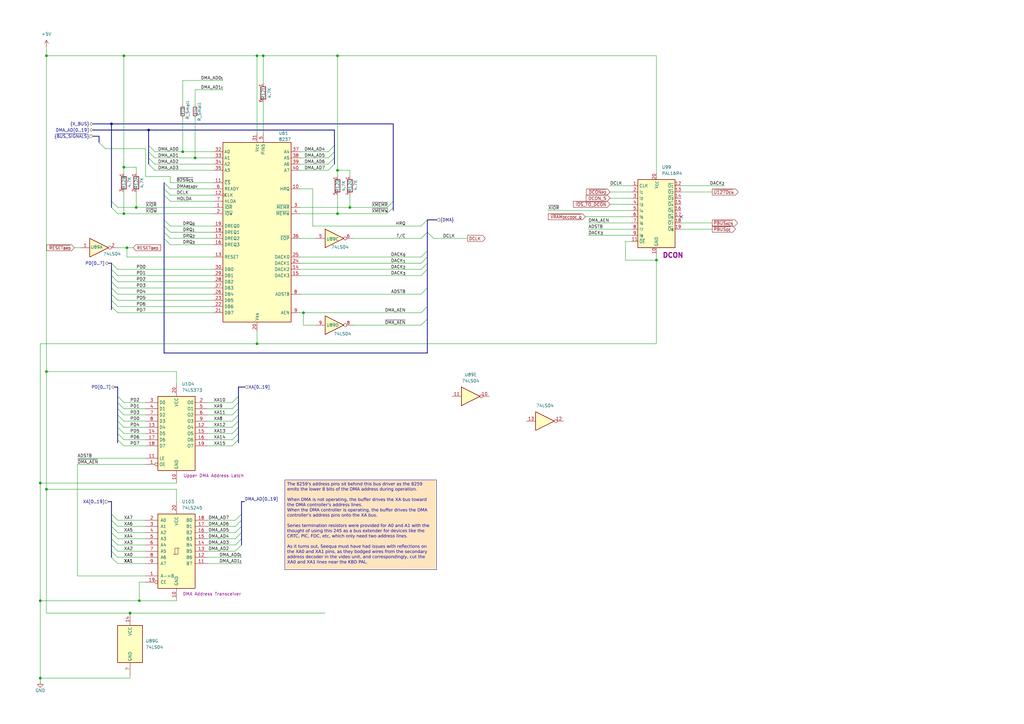
<source format=kicad_sch>
(kicad_sch (version 20250114) (generator "eeschema") (generator_version "9.0")
  (paper "A3")
  (lib_symbols
    (symbol "74xx:74LS04"
      (property "Reference" "U" (at 0 1.27 0))
      (property "Value" "74LS04" (at 0 -1.27 0))
      (symbol "74LS04_1_0"
        (polyline (pts (xy -3.81 3.81) (xy -3.81 -3.81) (xy 3.81 0) (xy -3.81 3.81)) (stroke (width 0.254)) (fill (type background)))
        (pin input line (at -7.62 0 0) (length 3.81) (name "~") (number "1"))
        (pin output inverted (at 7.62 0 180) (length 3.81) (name "~") (number "2"))
      )
      (symbol "74LS04_2_0"
        (polyline (pts (xy -3.81 3.81) (xy -3.81 -3.81) (xy 3.81 0) (xy -3.81 3.81)) (stroke (width 0.254)) (fill (type background)))
        (pin input line (at -7.62 0 0) (length 3.81) (name "~") (number "3"))
        (pin output inverted (at 7.62 0 180) (length 3.81) (name "~") (number "4"))
      )
      (symbol "74LS04_3_0"
        (polyline (pts (xy -3.81 3.81) (xy -3.81 -3.81) (xy 3.81 0) (xy -3.81 3.81)) (stroke (width 0.254)) (fill (type background)))
        (pin input line (at -7.62 0 0) (length 3.81) (name "~") (number "5"))
        (pin output inverted (at 7.62 0 180) (length 3.81) (name "~") (number "6"))
      )
      (symbol "74LS04_4_0"
        (polyline (pts (xy -3.81 3.81) (xy -3.81 -3.81) (xy 3.81 0) (xy -3.81 3.81)) (stroke (width 0.254)) (fill (type background)))
        (pin input line (at -7.62 0 0) (length 3.81) (name "~") (number "9"))
        (pin output inverted (at 7.62 0 180) (length 3.81) (name "~") (number "8"))
      )
      (symbol "74LS04_5_0"
        (polyline (pts (xy -3.81 3.81) (xy -3.81 -3.81) (xy 3.81 0) (xy -3.81 3.81)) (stroke (width 0.254)) (fill (type background)))
        (pin input line (at -7.62 0 0) (length 3.81) (name "~") (number "11"))
        (pin output inverted (at 7.62 0 180) (length 3.81) (name "~") (number "10"))
      )
      (symbol "74LS04_6_0"
        (polyline (pts (xy -3.81 3.81) (xy -3.81 -3.81) (xy 3.81 0) (xy -3.81 3.81)) (stroke (width 0.254)) (fill (type background)))
        (pin input line (at -7.62 0 0) (length 3.81) (name "~") (number "13"))
        (pin output inverted (at 7.62 0 180) (length 3.81) (name "~") (number "12"))
      )
      (symbol "74LS04_7_0"
        (pin power_in line (at 0 12.7 270) (length 5.08) (name "VCC") (number "14"))
        (pin power_in line (at 0 -12.7 90) (length 5.08) (name "GND") (number "7"))
      )
      (symbol "74LS04_7_1"
        (rectangle (start -5.08 7.62) (end 5.08 -7.62) (stroke (width 0.254)) (fill (type background)))
      )
    )
    (symbol "74xx:74LS245" (pin_names (offset 1.016))
      (property "Reference" "U" (at -7.62 16.51 0))
      (property "Value" "74LS245" (at -7.62 -16.51 0))
      (symbol "74LS245_1_0"
        (polyline (pts (xy -1.27 -1.27) (xy 0.635 -1.27) (xy 0.635 1.27) (xy 1.27 1.27)))
        (polyline (pts (xy -0.635 -1.27) (xy -0.635 1.27) (xy 0.635 1.27)))
        (pin tri_state line (at -12.7 12.7 0) (length 5.08) (name "A0") (number "2"))
        (pin tri_state line (at -12.7 10.16 0) (length 5.08) (name "A1") (number "3"))
        (pin tri_state line (at -12.7 7.62 0) (length 5.08) (name "A2") (number "4"))
        (pin tri_state line (at -12.7 5.08 0) (length 5.08) (name "A3") (number "5"))
        (pin tri_state line (at -12.7 2.54 0) (length 5.08) (name "A4") (number "6"))
        (pin tri_state line (at -12.7 0 0) (length 5.08) (name "A5") (number "7"))
        (pin tri_state line (at -12.7 -2.54 0) (length 5.08) (name "A6") (number "8"))
        (pin tri_state line (at -12.7 -5.08 0) (length 5.08) (name "A7") (number "9"))
        (pin input line (at -12.7 -10.16 0) (length 5.08) (name "A->B") (number "1"))
        (pin input inverted (at -12.7 -12.7 0) (length 5.08) (name "CE") (number "19"))
        (pin power_in line (at 0 20.32 270) (length 5.08) (name "VCC") (number "20"))
        (pin power_in line (at 0 -20.32 90) (length 5.08) (name "GND") (number "10"))
        (pin tri_state line (at 12.7 12.7 180) (length 5.08) (name "B0") (number "18"))
        (pin tri_state line (at 12.7 10.16 180) (length 5.08) (name "B1") (number "17"))
        (pin tri_state line (at 12.7 7.62 180) (length 5.08) (name "B2") (number "16"))
        (pin tri_state line (at 12.7 5.08 180) (length 5.08) (name "B3") (number "15"))
        (pin tri_state line (at 12.7 2.54 180) (length 5.08) (name "B4") (number "14"))
        (pin tri_state line (at 12.7 0 180) (length 5.08) (name "B5") (number "13"))
        (pin tri_state line (at 12.7 -2.54 180) (length 5.08) (name "B6") (number "12"))
        (pin tri_state line (at 12.7 -5.08 180) (length 5.08) (name "B7") (number "11"))
      )
      (symbol "74LS245_1_1"
        (rectangle (start -7.62 15.24) (end 7.62 -15.24) (stroke (width 0.254)) (fill (type background)))
      )
    )
    (symbol "74xx:74LS373"
      (property "Reference" "U" (at -7.62 16.51 0))
      (property "Value" "74LS373" (at -7.62 -16.51 0))
      (symbol "74LS373_1_0"
        (pin input line (at -12.7 12.7 0) (length 5.08) (name "D0") (number "3"))
        (pin input line (at -12.7 10.16 0) (length 5.08) (name "D1") (number "4"))
        (pin input line (at -12.7 7.62 0) (length 5.08) (name "D2") (number "7"))
        (pin input line (at -12.7 5.08 0) (length 5.08) (name "D3") (number "8"))
        (pin input line (at -12.7 2.54 0) (length 5.08) (name "D4") (number "13"))
        (pin input line (at -12.7 0 0) (length 5.08) (name "D5") (number "14"))
        (pin input line (at -12.7 -2.54 0) (length 5.08) (name "D6") (number "17"))
        (pin input line (at -12.7 -5.08 0) (length 5.08) (name "D7") (number "18"))
        (pin input line (at -12.7 -10.16 0) (length 5.08) (name "LE") (number "11"))
        (pin input inverted (at -12.7 -12.7 0) (length 5.08) (name "OE") (number "1"))
        (pin power_in line (at 0 20.32 270) (length 5.08) (name "VCC") (number "20"))
        (pin power_in line (at 0 -20.32 90) (length 5.08) (name "GND") (number "10"))
        (pin tri_state line (at 12.7 12.7 180) (length 5.08) (name "O0") (number "2"))
        (pin tri_state line (at 12.7 10.16 180) (length 5.08) (name "O1") (number "5"))
        (pin tri_state line (at 12.7 7.62 180) (length 5.08) (name "O2") (number "6"))
        (pin tri_state line (at 12.7 5.08 180) (length 5.08) (name "O3") (number "9"))
        (pin tri_state line (at 12.7 2.54 180) (length 5.08) (name "O4") (number "12"))
        (pin tri_state line (at 12.7 0 180) (length 5.08) (name "O5") (number "15"))
        (pin tri_state line (at 12.7 -2.54 180) (length 5.08) (name "O6") (number "16"))
        (pin tri_state line (at 12.7 -5.08 180) (length 5.08) (name "O7") (number "19"))
      )
      (symbol "74LS373_1_1"
        (rectangle (start -7.62 15.24) (end 7.62 -15.24) (stroke (width 0.254)) (fill (type background)))
      )
    )
    (symbol "Device:R_Network05_Split" (pin_names (offset 0) (hide yes))
      (property "Reference" "RN" (at 2.032 0 90))
      (property "Value" "R_Network05_Split" (at 0 0 90))
      (symbol "R_Network05_Split_0_1"
        (rectangle (start 1.016 2.54) (end -1.016 -2.54) (stroke (width 0.254)))
        (pin passive line (at 0 3.81 270) (length 1.27) (name "R1") (number "1"))
      )
      (symbol "R_Network05_Split_1_1"
        (pin passive line (at 0 -3.81 90) (length 1.27) (name "R1.2") (number "2"))
      )
      (symbol "R_Network05_Split_2_1"
        (pin passive line (at 0 -3.81 90) (length 1.27) (name "R2.2") (number "3"))
      )
      (symbol "R_Network05_Split_3_1"
        (pin passive line (at 0 -3.81 90) (length 1.27) (name "R3.2") (number "4"))
      )
      (symbol "R_Network05_Split_4_1"
        (pin passive line (at 0 -3.81 90) (length 1.27) (name "R4.2") (number "5"))
      )
      (symbol "R_Network05_Split_5_1"
        (pin passive line (at 0 -3.81 90) (length 1.27) (name "R5.2") (number "6"))
      )
    )
    (symbol "Device:R_Small" (pin_numbers (hide yes)) (pin_names (offset 0.254) (hide yes))
      (property "Reference" "R" (at 0 0 90))
      (property "Value" "R_Small" (at 1.778 0 90))
      (symbol "R_Small_0_1"
        (rectangle (start -0.762 1.778) (end 0.762 -1.778) (stroke (width 0.2032)))
      )
      (symbol "R_Small_1_1"
        (pin passive line (at 0 2.54 270) (length 0.762) (name "~") (number "1"))
        (pin passive line (at 0 -2.54 90) (length 0.762) (name "~") (number "2"))
      )
    )
    (symbol "Interface:8237"
      (property "Reference" "U" (at -13.97 38.1 0))
      (property "Value" "8237" (at 8.89 38.1 0))
      (symbol "8237_1_1"
        (rectangle (start -13.97 -36.83) (end 13.97 36.83) (stroke (width 0.254)) (fill (type background)))
        (pin bidirectional line (at -17.78 33.02 0) (length 3.81) (name "A0") (number "32"))
        (pin bidirectional line (at -17.78 30.48 0) (length 3.81) (name "A1") (number "33"))
        (pin bidirectional line (at -17.78 27.94 0) (length 3.81) (name "A2") (number "34"))
        (pin bidirectional line (at -17.78 25.4 0) (length 3.81) (name "A3") (number "35"))
        (pin input line (at -17.78 20.32 0) (length 3.81) (name "~{CS}") (number "11"))
        (pin input line (at -17.78 17.78 0) (length 3.81) (name "READY") (number "6"))
        (pin input clock (at -17.78 15.24 0) (length 3.81) (name "CLK") (number "12"))
        (pin input line (at -17.78 12.7 0) (length 3.81) (name "HLDA") (number "7"))
        (pin bidirectional line (at -17.78 10.16 0) (length 3.81) (name "~{IOR}") (number "1"))
        (pin bidirectional line (at -17.78 7.62 0) (length 3.81) (name "~{IOW}") (number "2"))
        (pin input line (at -17.78 2.54 0) (length 3.81) (name "DREQ0") (number "19"))
        (pin input line (at -17.78 0 0) (length 3.81) (name "DREQ1") (number "18"))
        (pin input line (at -17.78 -2.54 0) (length 3.81) (name "DREQ2") (number "17"))
        (pin input line (at -17.78 -5.08 0) (length 3.81) (name "DREQ3") (number "16"))
        (pin input line (at -17.78 -10.16 0) (length 3.81) (name "RESET") (number "13"))
        (pin bidirectional line (at -17.78 -15.24 0) (length 3.81) (name "DB0") (number "30"))
        (pin bidirectional line (at -17.78 -17.78 0) (length 3.81) (name "DB1") (number "29"))
        (pin bidirectional line (at -17.78 -20.32 0) (length 3.81) (name "DB2") (number "28"))
        (pin bidirectional line (at -17.78 -22.86 0) (length 3.81) (name "DB3") (number "27"))
        (pin bidirectional line (at -17.78 -25.4 0) (length 3.81) (name "DB4") (number "26"))
        (pin bidirectional line (at -17.78 -27.94 0) (length 3.81) (name "DB5") (number "23"))
        (pin bidirectional line (at -17.78 -30.48 0) (length 3.81) (name "DB6") (number "22"))
        (pin bidirectional line (at -17.78 -33.02 0) (length 3.81) (name "DB7") (number "21"))
        (pin power_in line (at 0 40.64 270) (length 3.81) (name "Vcc") (number "31"))
        (pin power_in line (at 0 -40.64 90) (length 3.81) (name "Vss") (number "20"))
        (pin input line (at 2.54 40.64 270) (length 3.81) (name "PIN5") (number "5"))
        (pin tri_state line (at 17.78 33.02 180) (length 3.81) (name "A4") (number "37"))
        (pin tri_state line (at 17.78 30.48 180) (length 3.81) (name "A5") (number "38"))
        (pin tri_state line (at 17.78 27.94 180) (length 3.81) (name "A6") (number "39"))
        (pin tri_state line (at 17.78 25.4 180) (length 3.81) (name "A7") (number "40"))
        (pin output line (at 17.78 17.78 180) (length 3.81) (name "HRQ") (number "10"))
        (pin tri_state line (at 17.78 10.16 180) (length 3.81) (name "~{MEMR}") (number "3"))
        (pin tri_state line (at 17.78 7.62 180) (length 3.81) (name "~{MEMW}") (number "4"))
        (pin bidirectional line (at 17.78 -2.54 180) (length 3.81) (name "~{EOP}") (number "36"))
        (pin output line (at 17.78 -10.16 180) (length 3.81) (name "DACK0") (number "25"))
        (pin output line (at 17.78 -12.7 180) (length 3.81) (name "DACK1") (number "24"))
        (pin output line (at 17.78 -15.24 180) (length 3.81) (name "DACK2") (number "14"))
        (pin output line (at 17.78 -17.78 180) (length 3.81) (name "DACK3") (number "15"))
        (pin output line (at 17.78 -25.4 180) (length 3.81) (name "ADSTB") (number "8"))
        (pin output line (at 17.78 -33.02 180) (length 3.81) (name "AEN") (number "9"))
      )
    )
    (symbol "Logic_Programmable:PAL16R8"
      (property "Reference" "U" (at -7.366 16.764 0))
      (property "Value" "PAL16R8" (at 1.27 16.764 0))
      (symbol "PAL16R8_0_0"
        (pin power_in line (at 0 -15.24 90) (length 2.54) (name "GND") (number "10"))
      )
      (symbol "PAL16R8_0_1"
        (rectangle (start -7.62 15.24) (end 7.62 -12.7) (stroke (width 0.254)) (fill (type background)))
      )
      (symbol "PAL16R8_1_0"
        (pin power_in line (at 0 17.78 270) (length 2.54) (name "V_{CC}") (number "20"))
      )
      (symbol "PAL16R8_1_1"
        (pin input line (at -10.16 12.7 0) (length 2.54) (name "CLK") (number "1"))
        (pin input line (at -10.16 10.16 0) (length 2.54) (name "I_{1}") (number "2"))
        (pin input line (at -10.16 7.62 0) (length 2.54) (name "I_{2}") (number "3"))
        (pin input line (at -10.16 5.08 0) (length 2.54) (name "I_{3}") (number "4"))
        (pin input line (at -10.16 2.54 0) (length 2.54) (name "I_{4}") (number "5"))
        (pin input line (at -10.16 0 0) (length 2.54) (name "I_{5}") (number "6"))
        (pin input line (at -10.16 -2.54 0) (length 2.54) (name "I_{6}") (number "7"))
        (pin input line (at -10.16 -5.08 0) (length 2.54) (name "I_{7}") (number "8"))
        (pin input line (at -10.16 -7.62 0) (length 2.54) (name "I_{8}") (number "9"))
        (pin input line (at -10.16 -10.16 0) (length 2.54) (name "~{OE}") (number "11"))
        (pin tri_state line (at 10.16 12.7 180) (length 2.54) (name "~{O_{1}}") (number "12"))
        (pin tri_state line (at 10.16 10.16 180) (length 2.54) (name "~{O_{2}}") (number "13"))
        (pin tri_state line (at 10.16 7.62 180) (length 2.54) (name "~{O_{3}}") (number "14"))
        (pin tri_state line (at 10.16 5.08 180) (length 2.54) (name "~{O_{4}}") (number "15"))
        (pin tri_state line (at 10.16 2.54 180) (length 2.54) (name "~{O_{5}}") (number "16"))
        (pin tri_state line (at 10.16 0 180) (length 2.54) (name "~{O_{6}}") (number "17"))
        (pin tri_state line (at 10.16 -2.54 180) (length 2.54) (name "~{O_{7}}") (number "18"))
        (pin tri_state line (at 10.16 -5.08 180) (length 2.54) (name "~{O_{8}}") (number "19"))
      )
    )
    (symbol "power:+5V" (power) (pin_numbers (hide yes)) (pin_names (offset 0) (hide yes))
      (property "Value" "+5V" (at 0 3.556 0))
      (symbol "+5V_0_1"
        (polyline (pts (xy -0.762 1.27) (xy 0 2.54)))
        (polyline (pts (xy 0 2.54) (xy 0.762 1.27)))
        (polyline (pts (xy 0 0) (xy 0 2.54)))
      )
      (symbol "+5V_1_1"
        (pin power_in line (at 0 0 90) (length 0) (name "~") (number "1"))
      )
    )
    (symbol "power:GND" (power) (pin_numbers (hide yes)) (pin_names (offset 0) (hide yes))
      (property "Value" "GND" (at 0 -3.81 0))
      (symbol "GND_0_1"
        (polyline (pts (xy 0 0) (xy 0 -1.27) (xy 1.27 -1.27) (xy 0 -2.54) (xy -1.27 -1.27) (xy 0 -1.27)))
      )
      (symbol "GND_1_1"
        (pin power_in line (at 0 0 270) (length 0) (name "~") (number "1"))
      )
    )
  )
  (bus_alias "DMA" (members "DRQ_{[0..3]}" "DACK_{[0..3]}" "ADSTB" "T/C" "HOLDA" "HRQ" "DCLK" "DMA_AEN" "~{DMA_AEN}" "DMA_{READY}"))
  (text_box "The 8259's address pins sit behind this bus driver as the 8259 emits the lower 8 bits of the DMA address during operation.\n\nWhen DMA is not operating, the buffer drives the XA bus toward the DMA controller's address lines.\nWhen the DMA controller is operating, the buffer drives the DMA controller's address pins onto the XA bus.\n\nSeries termination resistors were provided for A0 and A1 with the thought of using this 245 as a bus extender for devices like the CRTC, PIC, FDC, etc, which only need two address lines.\n\nAs it turns out, Seequa must have had issues with reflections on the XA0 and XA1 pins, as they bodged wires from the secondary address decoder in the video unit, and correspondingly, cut the XA0 and XA1 lines near the KBD PAL." (at 116.84 196.85 0) (size 62.23 36.83) (margins 0.9525 0.9525 0.9525 0.9525) (fill (type color) (color 255 229 191 1)) (effects (font (size 1.27 1.27)) (justify left top)))
  (junction (at 19.05 22.86))
  (junction (at 45.72 50.8))
  (junction (at 138.43 69.85))
  (junction (at 19.05 200.66))
  (junction (at 19.05 152.4))
  (junction (at 50.8 68.58))
  (junction (at 74.93 62.23))
  (junction (at 80.01 64.77))
  (junction (at 55.88 85.09))
  (junction (at 138.43 87.63))
  (junction (at 107.95 22.86))
  (junction (at 105.41 140.97))
  (junction (at 60.96 53.34))
  (junction (at 52.07 101.6))
  (junction (at 57.15 246.38))
  (junction (at 269.24 106.68))
  (junction (at 124.46 128.27))
  (junction (at 16.51 278.13))
  (junction (at 50.8 22.86))
  (junction (at 143.51 85.09))
  (junction (at 105.41 22.86))
  (junction (at 53.34 251.46))
  (junction (at 16.51 198.12))
  (junction (at 50.8 87.63))
  (junction (at 138.43 22.86))
  (junction (at 16.51 246.38))
  (no_connect (at 279.4 88.9))
  (bus_entry (at 45.72 218.44) (size 2.54 2.54))
  (bus_entry (at 45.72 118.11) (size 2.54 2.54))
  (bus_entry (at 175.26 118.11) (size -2.54 2.54))
  (bus_entry (at 45.72 213.36) (size 2.54 2.54))
  (bus_entry (at 45.72 85.09) (size 2.54 2.54))
  (bus_entry (at 161.29 85.09) (size -2.54 2.54))
  (bus_entry (at 45.72 215.9) (size 2.54 2.54))
  (bus_entry (at 175.26 125.73) (size -2.54 2.54))
  (bus_entry (at 67.31 80.01) (size 2.54 2.54))
  (bus_entry (at 60.96 64.77) (size 2.54 2.54))
  (bus_entry (at 48.26 165.1) (size 2.54 2.54))
  (bus_entry (at 97.79 170.18) (size -2.54 2.54))
  (bus_entry (at 67.31 97.79) (size 2.54 2.54))
  (bus_entry (at 175.26 90.17) (size -2.54 2.54))
  (bus_entry (at 45.72 228.6) (size 2.54 2.54))
  (bus_entry (at 60.96 62.23) (size 2.54 2.54))
  (bus_entry (at 45.72 107.95) (size 2.54 2.54))
  (bus_entry (at 97.79 172.72) (size -2.54 2.54))
  (bus_entry (at 48.26 172.72) (size 2.54 2.54))
  (bus_entry (at 45.72 220.98) (size 2.54 2.54))
  (bus_entry (at 97.79 162.56) (size -2.54 2.54))
  (bus_entry (at 45.72 82.55) (size 2.54 2.54))
  (bus_entry (at 175.26 130.81) (size -2.54 2.54))
  (bus_entry (at 48.26 162.56) (size 2.54 2.54))
  (bus_entry (at 67.31 90.17) (size 2.54 2.54))
  (bus_entry (at 60.96 67.31) (size 2.54 2.54))
  (bus_entry (at 175.26 110.49) (size -2.54 2.54))
  (bus_entry (at 67.31 95.25) (size 2.54 2.54))
  (bus_entry (at 67.31 77.47) (size 2.54 2.54))
  (bus_entry (at 175.26 95.25) (size -2.54 2.54))
  (bus_entry (at 45.72 115.57) (size 2.54 2.54))
  (bus_entry (at 137.16 64.77) (size -2.54 2.54))
  (bus_entry (at 99.06 220.98) (size -2.54 2.54))
  (bus_entry (at 45.72 113.03) (size 2.54 2.54))
  (bus_entry (at 137.16 59.69) (size -2.54 2.54))
  (bus_entry (at 45.72 125.73) (size 2.54 2.54))
  (bus_entry (at 97.79 167.64) (size -2.54 2.54))
  (bus_entry (at 175.26 105.41) (size -2.54 2.54))
  (bus_entry (at 175.26 102.87) (size -2.54 2.54))
  (bus_entry (at 40.64 58.42) (size 2.54 2.54))
  (bus_entry (at 99.06 215.9) (size -2.54 2.54))
  (bus_entry (at 161.29 82.55) (size -2.54 2.54))
  (bus_entry (at 60.96 59.69) (size 2.54 2.54))
  (bus_entry (at 45.72 120.65) (size 2.54 2.54))
  (bus_entry (at 45.72 223.52) (size 2.54 2.54))
  (bus_entry (at 99.06 210.82) (size -2.54 2.54))
  (bus_entry (at 48.26 175.26) (size 2.54 2.54))
  (bus_entry (at 45.72 226.06) (size 2.54 2.54))
  (bus_entry (at 99.06 223.52) (size -2.54 2.54))
  (bus_entry (at 137.16 62.23) (size -2.54 2.54))
  (bus_entry (at 48.26 167.64) (size 2.54 2.54))
  (bus_entry (at 67.31 74.93) (size 2.54 2.54))
  (bus_entry (at 99.06 213.36) (size -2.54 2.54))
  (bus_entry (at 99.06 218.44) (size -2.54 2.54))
  (bus_entry (at 45.72 110.49) (size 2.54 2.54))
  (bus_entry (at 97.79 180.34) (size -2.54 2.54))
  (bus_entry (at 175.26 95.25) (size 2.54 2.54))
  (bus_entry (at 137.16 67.31) (size -2.54 2.54))
  (bus_entry (at 45.72 123.19) (size 2.54 2.54))
  (bus_entry (at 45.72 210.82) (size 2.54 2.54))
  (bus_entry (at 67.31 92.71) (size 2.54 2.54))
  (bus_entry (at 97.79 175.26) (size -2.54 2.54))
  (bus_entry (at 48.26 170.18) (size 2.54 2.54))
  (bus_entry (at 48.26 177.8) (size 2.54 2.54))
  (bus_entry (at 97.79 165.1) (size -2.54 2.54))
  (bus_entry (at 175.26 107.95) (size -2.54 2.54))
  (bus_entry (at 97.79 177.8) (size -2.54 2.54))
  (bus_entry (at 48.26 180.34) (size 2.54 2.54))
  (wire (pts (xy 123.19 120.65) (xy 172.72 120.65)))
  (wire (pts (xy 48.26 118.11) (xy 87.63 118.11)))
  (bus (pts (xy 100.33 205.74) (xy 99.06 205.74)))
  (wire (pts (xy 69.85 77.47) (xy 87.63 77.47)))
  (wire (pts (xy 72.39 152.4) (xy 19.05 152.4)))
  (bus (pts (xy 48.26 170.18) (xy 48.26 172.72)))
  (wire (pts (xy 123.19 105.41) (xy 172.72 105.41)))
  (wire (pts (xy 19.05 19.05) (xy 19.05 22.86)))
  (bus (pts (xy 97.79 180.34) (xy 97.79 181.61)))
  (bus (pts (xy 100.33 158.75) (xy 97.79 158.75)))
  (bus (pts (xy 97.79 167.64) (xy 97.79 170.18)))
  (wire (pts (xy 123.19 107.95) (xy 172.72 107.95)))
  (bus (pts (xy 45.72 115.57) (xy 45.72 118.11)))
  (wire (pts (xy 138.43 87.63) (xy 158.75 87.63)))
  (wire (pts (xy 128.27 92.71) (xy 172.72 92.71)))
  (wire (pts (xy 55.88 68.58) (xy 55.88 71.12)))
  (wire (pts (xy 59.69 190.5) (xy 31.75 190.5)))
  (bus (pts (xy 45.72 223.52) (xy 45.72 226.06)))
  (wire (pts (xy 59.69 172.72) (xy 50.8 172.72)))
  (wire (pts (xy 50.8 68.58) (xy 55.88 68.58)))
  (bus (pts (xy 97.79 162.56) (xy 97.79 165.1)))
  (wire (pts (xy 63.5 67.31) (xy 87.63 67.31)))
  (wire (pts (xy 48.26 120.65) (xy 87.63 120.65)))
  (wire (pts (xy 59.69 60.96) (xy 59.69 72.39)))
  (wire (pts (xy 16.51 198.12) (xy 16.51 246.38)))
  (wire (pts (xy 138.43 69.85) (xy 143.51 69.85)))
  (bus (pts (xy 48.26 172.72) (xy 48.26 175.26)))
  (wire (pts (xy 123.19 110.49) (xy 172.72 110.49)))
  (bus (pts (xy 44.45 107.95) (xy 45.72 107.95)))
  (wire (pts (xy 72.39 157.48) (xy 72.39 152.4)))
  (bus (pts (xy 38.1 53.34) (xy 60.96 53.34)))
  (wire (pts (xy 80.01 36.83) (xy 91.44 36.83)))
  (wire (pts (xy 59.69 167.64) (xy 50.8 167.64)))
  (bus (pts (xy 137.16 64.77) (xy 137.16 67.31)))
  (wire (pts (xy 48.26 220.98) (xy 59.69 220.98)))
  (wire (pts (xy 96.52 223.52) (xy 85.09 223.52)))
  (wire (pts (xy 55.88 85.09) (xy 87.63 85.09)))
  (wire (pts (xy 143.51 80.01) (xy 143.51 85.09)))
  (wire (pts (xy 48.26 128.27) (xy 87.63 128.27)))
  (bus (pts (xy 67.31 92.71) (xy 67.31 95.25)))
  (wire (pts (xy 16.51 246.38) (xy 57.15 246.38)))
  (bus (pts (xy 175.26 144.78) (xy 175.26 130.81)))
  (bus (pts (xy 45.72 123.19) (xy 45.72 125.73)))
  (wire (pts (xy 72.39 198.12) (xy 16.51 198.12)))
  (wire (pts (xy 59.69 72.39) (xy 69.85 72.39)))
  (wire (pts (xy 43.18 60.96) (xy 59.69 60.96)))
  (wire (pts (xy 48.26 223.52) (xy 59.69 223.52)))
  (wire (pts (xy 124.46 128.27) (xy 124.46 133.35)))
  (bus (pts (xy 97.79 172.72) (xy 97.79 175.26)))
  (wire (pts (xy 69.85 100.33) (xy 87.63 100.33)))
  (wire (pts (xy 48.26 87.63) (xy 50.8 87.63)))
  (wire (pts (xy 241.3 91.44) (xy 259.08 91.44)))
  (wire (pts (xy 16.51 246.38) (xy 16.51 278.13)))
  (bus (pts (xy 45.72 215.9) (xy 45.72 218.44)))
  (wire (pts (xy 74.93 33.02) (xy 91.44 33.02)))
  (wire (pts (xy 250.19 81.28) (xy 259.08 81.28)))
  (wire (pts (xy 19.05 251.46) (xy 53.34 251.46)))
  (wire (pts (xy 256.54 106.68) (xy 269.24 106.68)))
  (wire (pts (xy 138.43 80.01) (xy 138.43 87.63)))
  (wire (pts (xy 48.26 110.49) (xy 87.63 110.49)))
  (wire (pts (xy 105.41 140.97) (xy 269.24 140.97)))
  (wire (pts (xy 123.19 67.31) (xy 134.62 67.31)))
  (wire (pts (xy 96.52 226.06) (xy 85.09 226.06)))
  (wire (pts (xy 250.19 76.2) (xy 259.08 76.2)))
  (bus (pts (xy 97.79 170.18) (xy 97.79 172.72)))
  (bus (pts (xy 45.72 125.73) (xy 45.72 127)))
  (wire (pts (xy 50.8 78.74) (xy 50.8 87.63)))
  (bus (pts (xy 99.06 220.98) (xy 99.06 223.52)))
  (bus (pts (xy 48.26 162.56) (xy 48.26 165.1)))
  (wire (pts (xy 124.46 133.35) (xy 129.54 133.35)))
  (wire (pts (xy 48.26 213.36) (xy 59.69 213.36)))
  (bus (pts (xy 175.26 144.78) (xy 67.31 144.78)))
  (bus (pts (xy 175.26 105.41) (xy 175.26 102.87)))
  (wire (pts (xy 63.5 62.23) (xy 74.93 62.23)))
  (wire (pts (xy 269.24 106.68) (xy 269.24 104.14)))
  (wire (pts (xy 138.43 22.86) (xy 269.24 22.86)))
  (wire (pts (xy 31.75 190.5) (xy 31.75 236.22)))
  (wire (pts (xy 63.5 69.85) (xy 87.63 69.85)))
  (bus (pts (xy 45.72 82.55) (xy 45.72 85.09)))
  (wire (pts (xy 52.07 105.41) (xy 87.63 105.41)))
  (bus (pts (xy 137.16 59.69) (xy 137.16 62.23)))
  (bus (pts (xy 99.06 215.9) (xy 99.06 218.44)))
  (bus (pts (xy 60.96 62.23) (xy 60.96 64.77)))
  (wire (pts (xy 48.26 101.6) (xy 52.07 101.6)))
  (wire (pts (xy 72.39 200.66) (xy 19.05 200.66)))
  (wire (pts (xy 80.01 64.77) (xy 87.63 64.77)))
  (bus (pts (xy 99.06 213.36) (xy 99.06 215.9)))
  (wire (pts (xy 279.4 78.74) (xy 292.1 78.74)))
  (wire (pts (xy 57.15 246.38) (xy 72.39 246.38)))
  (wire (pts (xy 279.4 76.2) (xy 297.18 76.2)))
  (wire (pts (xy 250.19 78.74) (xy 259.08 78.74)))
  (bus (pts (xy 67.31 77.47) (xy 67.31 80.01)))
  (wire (pts (xy 48.26 125.73) (xy 87.63 125.73)))
  (bus (pts (xy 48.26 177.8) (xy 48.26 180.34)))
  (bus (pts (xy 45.72 205.74) (xy 45.72 210.82)))
  (wire (pts (xy 19.05 152.4) (xy 19.05 200.66)))
  (bus (pts (xy 97.79 158.75) (xy 97.79 162.56)))
  (wire (pts (xy 85.09 165.1) (xy 95.25 165.1)))
  (wire (pts (xy 69.85 80.01) (xy 87.63 80.01)))
  (wire (pts (xy 143.51 85.09) (xy 158.75 85.09)))
  (bus (pts (xy 60.96 53.34) (xy 60.96 59.69)))
  (wire (pts (xy 279.4 91.44) (xy 292.1 91.44)))
  (bus (pts (xy 99.06 205.74) (xy 99.06 210.82)))
  (bus (pts (xy 44.45 205.74) (xy 45.72 205.74)))
  (bus (pts (xy 175.26 107.95) (xy 175.26 105.41)))
  (wire (pts (xy 59.69 187.96) (xy 31.75 187.96)))
  (wire (pts (xy 69.85 92.71) (xy 87.63 92.71)))
  (bus (pts (xy 99.06 218.44) (xy 99.06 220.98)))
  (wire (pts (xy 19.05 22.86) (xy 50.8 22.86)))
  (wire (pts (xy 269.24 22.86) (xy 269.24 71.12)))
  (wire (pts (xy 123.19 85.09) (xy 143.51 85.09)))
  (wire (pts (xy 74.93 62.23) (xy 87.63 62.23)))
  (bus (pts (xy 40.64 55.88) (xy 38.1 55.88)))
  (wire (pts (xy 96.52 218.44) (xy 85.09 218.44)))
  (bus (pts (xy 45.72 213.36) (xy 45.72 215.9)))
  (wire (pts (xy 269.24 140.97) (xy 269.24 106.68)))
  (wire (pts (xy 85.09 170.18) (xy 95.25 170.18)))
  (wire (pts (xy 123.19 62.23) (xy 134.62 62.23)))
  (bus (pts (xy 97.79 175.26) (xy 97.79 177.8)))
  (wire (pts (xy 69.85 97.79) (xy 87.63 97.79)))
  (bus (pts (xy 48.26 158.75) (xy 48.26 162.56)))
  (wire (pts (xy 59.69 175.26) (xy 50.8 175.26)))
  (bus (pts (xy 161.29 82.55) (xy 161.29 85.09)))
  (wire (pts (xy 48.26 113.03) (xy 87.63 113.03)))
  (bus (pts (xy 38.1 50.8) (xy 45.72 50.8)))
  (wire (pts (xy 105.41 135.89) (xy 105.41 140.97)))
  (bus (pts (xy 45.72 113.03) (xy 45.72 115.57)))
  (wire (pts (xy 124.46 128.27) (xy 172.72 128.27)))
  (wire (pts (xy 48.26 218.44) (xy 59.69 218.44)))
  (wire (pts (xy 85.09 228.6) (xy 99.06 228.6)))
  (wire (pts (xy 259.08 96.52) (xy 241.3 96.52)))
  (wire (pts (xy 80.01 43.18) (xy 80.01 36.83)))
  (wire (pts (xy 250.19 83.82) (xy 259.08 83.82)))
  (bus (pts (xy 40.64 55.88) (xy 40.64 58.42)))
  (bus (pts (xy 97.79 165.1) (xy 97.79 167.64)))
  (wire (pts (xy 96.52 213.36) (xy 85.09 213.36)))
  (bus (pts (xy 45.72 120.65) (xy 45.72 123.19)))
  (wire (pts (xy 59.69 177.8) (xy 50.8 177.8)))
  (wire (pts (xy 53.34 276.86) (xy 53.34 278.13)))
  (wire (pts (xy 53.34 251.46) (xy 133.35 251.46)))
  (wire (pts (xy 123.19 128.27) (xy 124.46 128.27)))
  (bus (pts (xy 48.26 180.34) (xy 48.26 181.61)))
  (wire (pts (xy 16.51 278.13) (xy 16.51 279.4)))
  (wire (pts (xy 59.69 180.34) (xy 50.8 180.34)))
  (bus (pts (xy 137.16 53.34) (xy 137.16 59.69)))
  (wire (pts (xy 105.41 22.86) (xy 105.41 54.61)))
  (bus (pts (xy 175.26 118.11) (xy 175.26 110.49)))
  (wire (pts (xy 50.8 22.86) (xy 50.8 68.58)))
  (wire (pts (xy 123.19 64.77) (xy 134.62 64.77)))
  (wire (pts (xy 143.51 69.85) (xy 143.51 72.39)))
  (wire (pts (xy 259.08 99.06) (xy 256.54 99.06)))
  (bus (pts (xy 45.72 118.11) (xy 45.72 120.65)))
  (bus (pts (xy 67.31 95.25) (xy 67.31 97.79)))
  (wire (pts (xy 72.39 205.74) (xy 72.39 200.66)))
  (bus (pts (xy 175.26 90.17) (xy 179.07 90.17)))
  (wire (pts (xy 48.26 226.06) (xy 59.69 226.06)))
  (wire (pts (xy 31.75 236.22) (xy 59.69 236.22)))
  (bus (pts (xy 137.16 62.23) (xy 137.16 64.77)))
  (bus (pts (xy 45.72 226.06) (xy 45.72 228.6)))
  (wire (pts (xy 30.48 101.6) (xy 33.02 101.6)))
  (wire (pts (xy 123.19 87.63) (xy 138.43 87.63)))
  (bus (pts (xy 45.72 107.95) (xy 45.72 110.49)))
  (wire (pts (xy 50.8 68.58) (xy 50.8 71.12)))
  (wire (pts (xy 50.8 22.86) (xy 105.41 22.86)))
  (wire (pts (xy 48.26 228.6) (xy 59.69 228.6)))
  (wire (pts (xy 50.8 87.63) (xy 87.63 87.63)))
  (wire (pts (xy 107.95 41.91) (xy 107.95 54.61)))
  (wire (pts (xy 123.19 113.03) (xy 172.72 113.03)))
  (wire (pts (xy 107.95 22.86) (xy 107.95 34.29)))
  (wire (pts (xy 85.09 172.72) (xy 95.25 172.72)))
  (wire (pts (xy 48.26 215.9) (xy 59.69 215.9)))
  (wire (pts (xy 55.88 78.74) (xy 55.88 85.09)))
  (wire (pts (xy 96.52 215.9) (xy 85.09 215.9)))
  (bus (pts (xy 45.72 218.44) (xy 45.72 220.98)))
  (wire (pts (xy 69.85 95.25) (xy 87.63 95.25)))
  (wire (pts (xy 80.01 48.26) (xy 80.01 64.77)))
  (wire (pts (xy 48.26 231.14) (xy 59.69 231.14)))
  (wire (pts (xy 144.78 97.79) (xy 172.72 97.79)))
  (wire (pts (xy 16.51 140.97) (xy 105.41 140.97)))
  (wire (pts (xy 240.03 88.9) (xy 259.08 88.9)))
  (wire (pts (xy 48.26 85.09) (xy 55.88 85.09)))
  (wire (pts (xy 59.69 165.1) (xy 50.8 165.1)))
  (bus (pts (xy 45.72 210.82) (xy 45.72 213.36)))
  (bus (pts (xy 175.26 102.87) (xy 175.26 95.25)))
  (bus (pts (xy 175.26 130.81) (xy 175.26 125.73)))
  (bus (pts (xy 45.72 220.98) (xy 45.72 223.52)))
  (bus (pts (xy 45.72 50.8) (xy 45.72 82.55)))
  (wire (pts (xy 69.85 82.55) (xy 87.63 82.55)))
  (wire (pts (xy 144.78 133.35) (xy 172.72 133.35)))
  (wire (pts (xy 16.51 198.12) (xy 16.51 140.97)))
  (wire (pts (xy 85.09 175.26) (xy 95.25 175.26)))
  (bus (pts (xy 99.06 210.82) (xy 99.06 213.36)))
  (wire (pts (xy 85.09 182.88) (xy 95.25 182.88)))
  (bus (pts (xy 175.26 95.25) (xy 175.26 90.17)))
  (wire (pts (xy 19.05 200.66) (xy 19.05 251.46)))
  (wire (pts (xy 123.19 97.79) (xy 129.54 97.79)))
  (wire (pts (xy 85.09 167.64) (xy 95.25 167.64)))
  (wire (pts (xy 105.41 22.86) (xy 107.95 22.86)))
  (wire (pts (xy 138.43 72.39) (xy 138.43 69.85)))
  (bus (pts (xy 46.99 158.75) (xy 48.26 158.75)))
  (wire (pts (xy 128.27 77.47) (xy 128.27 92.71)))
  (wire (pts (xy 123.19 77.47) (xy 128.27 77.47)))
  (wire (pts (xy 85.09 180.34) (xy 95.25 180.34)))
  (bus (pts (xy 45.72 50.8) (xy 161.29 50.8)))
  (wire (pts (xy 85.09 231.14) (xy 99.06 231.14)))
  (wire (pts (xy 123.19 69.85) (xy 134.62 69.85)))
  (bus (pts (xy 45.72 110.49) (xy 45.72 113.03)))
  (bus (pts (xy 48.26 165.1) (xy 48.26 167.64)))
  (wire (pts (xy 63.5 64.77) (xy 80.01 64.77)))
  (bus (pts (xy 97.79 177.8) (xy 97.79 180.34)))
  (bus (pts (xy 67.31 90.17) (xy 67.31 92.71)))
  (wire (pts (xy 138.43 69.85) (xy 138.43 22.86)))
  (bus (pts (xy 60.96 64.77) (xy 60.96 67.31)))
  (wire (pts (xy 177.8 97.79) (xy 191.77 97.79)))
  (bus (pts (xy 60.96 59.69) (xy 60.96 62.23)))
  (bus (pts (xy 175.26 110.49) (xy 175.26 107.95)))
  (wire (pts (xy 74.93 48.26) (xy 74.93 62.23)))
  (bus (pts (xy 67.31 74.93) (xy 67.31 77.47)))
  (bus (pts (xy 161.29 85.09) (xy 161.29 86.36)))
  (bus (pts (xy 67.31 80.01) (xy 67.31 90.17)))
  (wire (pts (xy 74.93 43.18) (xy 74.93 33.02)))
  (wire (pts (xy 16.51 278.13) (xy 53.34 278.13)))
  (wire (pts (xy 59.69 182.88) (xy 50.8 182.88)))
  (wire (pts (xy 107.95 22.86) (xy 138.43 22.86)))
  (wire (pts (xy 48.26 115.57) (xy 87.63 115.57)))
  (wire (pts (xy 241.3 93.98) (xy 259.08 93.98)))
  (wire (pts (xy 57.15 238.76) (xy 57.15 246.38)))
  (bus (pts (xy 48.26 167.64) (xy 48.26 170.18)))
  (wire (pts (xy 52.07 101.6) (xy 54.61 101.6)))
  (wire (pts (xy 256.54 99.06) (xy 256.54 106.68)))
  (wire (pts (xy 19.05 22.86) (xy 19.05 152.4)))
  (wire (pts (xy 59.69 238.76) (xy 57.15 238.76)))
  (wire (pts (xy 52.07 101.6) (xy 52.07 105.41)))
  (bus (pts (xy 67.31 97.79) (xy 67.31 144.78)))
  (bus (pts (xy 48.26 175.26) (xy 48.26 177.8)))
  (wire (pts (xy 85.09 177.8) (xy 95.25 177.8)))
  (wire (pts (xy 69.85 72.39) (xy 69.85 74.93)))
  (bus (pts (xy 60.96 53.34) (xy 137.16 53.34)))
  (wire (pts (xy 59.69 170.18) (xy 50.8 170.18)))
  (bus (pts (xy 161.29 50.8) (xy 161.29 82.55)))
  (wire (pts (xy 224.79 86.36) (xy 259.08 86.36)))
  (wire (pts (xy 96.52 220.98) (xy 85.09 220.98)))
  (wire (pts (xy 279.4 93.98) (xy 292.1 93.98)))
  (wire (pts (xy 69.85 74.93) (xy 87.63 74.93)))
  (bus (pts (xy 175.26 125.73) (xy 175.26 118.11)))
  (wire (pts (xy 48.26 123.19) (xy 87.63 123.19)))
  (label "PD3" (at 53.34 170.18 0))
  (label "DRQ_{3}" (at 74.93 100.33 0))
  (label "PD6" (at 55.88 125.73 0))
  (label "DMA_AD6" (at 133.35 67.31 180))
  (label "DACK_{2}" (at 166.37 110.49 180))
  (label "DMA_AD0_{t}" (at 91.44 33.02 180))
  (label "PD5" (at 53.34 177.8 0))
  (label "DCLK" (at 181.61 97.79 0))
  (label "DMA_AD0" (at 64.77 62.23 0))
  (label "~{XIOR}" (at 224.79 86.36 0))
  (label "HOLDA" (at 72.39 82.55 0))
  (label "DMA_AD4" (at 133.35 62.23 180))
  (label "~{XIOW}" (at 59.69 87.63 0))
  (label "~{DMA_AEN}" (at 31.75 190.5 0))
  (label "PD0" (at 53.34 172.72 0))
  (label "PD4" (at 53.34 175.26 0))
  (label "XA7" (at 50.8 213.36 0))
  (label "DMA_AD5" (at 93.98 218.44 180))
  (label "PD2" (at 53.34 165.1 0))
  (label "DCLK" (at 72.39 80.01 0))
  (label "DMA_AD1" (at 64.77 64.77 0))
  (label "DMA_{READY}" (at 72.39 77.47 0))
  (label "~{8259_{CS}}" (at 72.39 74.93 0))
  (label "XA14" (at 87.63 180.34 0))
  (label "DMA_AD[0..19]" (at 100.33 205.74 0))
  (label "DMA_AEN" (at 166.37 128.27 180))
  (label "T{slash}C" (at 166.37 97.79 180))
  (label "XA3" (at 50.8 223.52 0))
  (label "ADSTB" (at 166.37 120.65 180))
  (label "PD7" (at 55.88 128.27 0))
  (label "DMA_AD2" (at 93.98 226.06 180))
  (label "DMA_AD2" (at 64.77 67.31 0))
  (label "DACK_{2}" (at 297.18 76.2 180))
  (label "~{DMA_AEN}" (at 166.37 133.35 180))
  (label "PD6" (at 53.34 180.34 0))
  (label "XA10" (at 87.63 165.1 0))
  (label "DACK_{3}" (at 241.3 96.52 0))
  (label "DACK_{3}" (at 166.37 113.03 180))
  (label "PD7" (at 53.34 182.88 0))
  (label "DRQ_{0}" (at 74.93 92.71 0))
  (label "XA15" (at 87.63 182.88 0))
  (label "XA11" (at 87.63 170.18 0))
  (label "DMA_AD3" (at 64.77 69.85 0))
  (label "DMA_AD1_{t}" (at 91.44 36.83 180))
  (label "~{XIOR}" (at 59.69 85.09 0))
  (label "PD1" (at 55.88 113.03 0))
  (label "HRQ" (at 166.37 92.71 180))
  (label "XA4" (at 50.8 220.98 0))
  (label "XA13" (at 87.63 177.8 0))
  (label "~{XMEMR}" (at 152.4 85.09 0))
  (label "PD3" (at 55.88 118.11 0))
  (label "DMA_AD5" (at 133.35 64.77 180))
  (label "XA12" (at 87.63 175.26 0))
  (label "XA6" (at 50.8 215.9 0))
  (label "DMA_AD7" (at 133.35 69.85 180))
  (label "ADSTB" (at 31.75 187.96 0))
  (label "PD2" (at 55.88 115.57 0))
  (label "PD1" (at 53.34 167.64 0))
  (label "DMA_AD7" (at 93.98 213.36 180))
  (label "~{XMEMW}" (at 152.4 87.63 0))
  (label "ADSTB" (at 241.3 93.98 0))
  (label "XA0" (at 50.8 228.6 0))
  (label "XA1" (at 50.8 231.14 0))
  (label "XA5" (at 50.8 218.44 0))
  (label "DRQ_{1}" (at 74.93 95.25 0))
  (label "DMA_AD3" (at 93.98 223.52 180))
  (label "XA1" (at 50.8 231.14 0))
  (label "XA2" (at 50.8 226.06 0))
  (label "PD4" (at 55.88 120.65 0))
  (label "DRQ_{2}" (at 74.93 97.79 0))
  (label "DCLK" (at 250.19 76.2 0))
  (label "DACK_{1}" (at 166.37 107.95 180))
  (label "XA9" (at 87.63 167.64 0))
  (label "DMA_AD4" (at 93.98 220.98 180))
  (label "XA8" (at 87.63 172.72 0))
  (label "PD5" (at 55.88 123.19 0))
  (label "DMA_AD6" (at 93.98 215.9 180))
  (label "DMA_AD1_{t}" (at 99.06 231.14 180))
  (label "PD0" (at 55.88 110.49 0))
  (label "DMA_AEN" (at 241.3 91.44 0))
  (label "DMA_AD0_{t}" (at 99.06 228.6 180))
  (label "DACK_{0}" (at 166.37 105.41 180))
  (global_label "~{RESET_{BRD}}" (shape input) (at 30.48 101.6 180) (property "Intersheetrefs" "${INTERSHEET_REFS}" (effects (hide yes))))
  (global_label "DCLK" (shape output) (at 191.77 97.79 0) (property "Intersheetrefs" "${INTERSHEET_REFS}" (effects (hide yes))))
  (global_label "~{PBUS_{AEN}}" (shape output) (at 292.1 91.44 0) (property "Intersheetrefs" "${INTERSHEET_REFS}" (effects (hide yes))))
  (global_label "~{U127D_{EN}}" (shape output) (at 292.1 78.74 0) (property "Intersheetrefs" "${INTERSHEET_REFS}" (effects (hide yes))))
  (global_label "~{VRAM_{DECODE_Q}}" (shape input) (at 240.03 88.9 180) (property "Intersheetrefs" "${INTERSHEET_REFS}" (effects (hide yes))))
  (global_label "DCON_S" (shape input) (at 250.19 81.28 180) (property "Intersheetrefs" "${INTERSHEET_REFS}" (effects (hide yes))))
  (global_label "RESET_{BRD}" (shape input) (at 54.61 101.6 0) (property "Intersheetrefs" "${INTERSHEET_REFS}" (effects (hide yes))))
  (global_label "~{PBUS_{OE}}" (shape output) (at 292.1 93.98 0) (property "Intersheetrefs" "${INTERSHEET_REFS}" (effects (hide yes))))
  (global_label "~{IOS_TO_DCON}" (shape input) (at 250.19 83.82 180) (property "Intersheetrefs" "${INTERSHEET_REFS}" (effects (hide yes))))
  (global_label "~{DCON_{P2}}" (shape input) (at 250.19 78.74 180) (property "Intersheetrefs" "${INTERSHEET_REFS}" (effects (hide yes))))
  (hierarchical_label "{DMA}" (shape input) (at 179.07 90.17 0))
  (hierarchical_label "XA[0..19]" (shape input) (at 44.45 205.74 180))
  (hierarchical_label "{~{BUS_SIGNALS}}" (shape input) (at 38.1 55.88 180))
  (hierarchical_label "DMA_AD[0..19]" (shape bidirectional) (at 38.1 53.34 180))
  (hierarchical_label "PD[0..7]" (shape bidirectional) (at 46.99 158.75 180))
  (hierarchical_label "XA[0..19]" (shape input) (at 100.33 158.75 0))
  (hierarchical_label "{X_BUS}" (shape bidirectional) (at 38.1 50.8 180))
  (hierarchical_label "PD[0..7]" (shape bidirectional) (at 44.45 107.95 180))
  (symbol (lib_id "74xx:74LS04") (at 137.16 97.79 0) (unit 3)
    (property "Reference" "U89" (at 136.398 98.044 0))
    (property "Value" "74LS04" (at 139.446 101.346 0))
    (property "Footprint" "Package_DIP:DIP-14_W7.62mm" (effects (hide yes)))
    (property "Datasheet" "http://www.ti.com/lit/gpn/sn74LS04" (effects (hide yes)))
    (property "Description" "Hex Inverter" (effects (hide yes)))
  )
  (symbol (lib_id "74xx:74LS04") (at 193.04 162.56 0) (unit 5)
    (property "Reference" "U89" (at 193.04 153.67 0))
    (property "Value" "74LS04" (at 193.04 156.21 0))
    (property "Footprint" "Package_DIP:DIP-14_W7.62mm" (effects (hide yes)))
    (property "Datasheet" "http://www.ti.com/lit/gpn/sn74LS04" (effects (hide yes)))
    (property "Description" "Hex Inverter" (effects (hide yes)))
  )
  (symbol (lib_id "74xx:74LS245") (at 72.39 226.06 0) (unit 1)
    (property "Reference" "U103" (at 74.5333 205.74 0) (effects (justify left)))
    (property "Value" "74LS245" (at 74.5333 208.28 0) (effects (justify left)))
    (property "Footprint" "Package_DIP:DIP-20_W7.62mm" (effects (hide yes)))
    (property "Datasheet" "http://www.ti.com/lit/gpn/sn74LS245" (effects (hide yes)))
    (property "Description" "Octal BUS Transceivers, 3-State outputs" (effects (hide yes)))
    (property "seq_silkscreen" "LS245" (effects (hide yes)))
    (property "seq_notes" "DMA Address Transceiver" (at 74.93 243.586 0) (effects (justify left)))
  )
  (symbol (lib_id "74xx:74LS373") (at 72.39 177.8 0) (unit 1)
    (property "Reference" "U104" (at 74.5333 157.48 0) (effects (justify left)))
    (property "Value" "74LS373" (at 74.5333 160.02 0) (effects (justify left)))
    (property "Footprint" "Package_DIP:DIP-20_W7.62mm" (effects (hide yes)))
    (property "Datasheet" "http://www.ti.com/lit/gpn/sn74LS373" (effects (hide yes)))
    (property "Description" "8-bit Latch, 3-state outputs" (effects (hide yes)))
    (property "seq_silkscreen" "LS373" (effects (hide yes)))
    (property "seq_notes" "Upper DMA Address Latch" (at 75.184 195.072 0) (effects (justify left)))
  )
  (symbol (lib_id "Logic_Programmable:PAL16R8") (at 269.24 88.9 0) (unit 1)
    (property "Reference" "U99" (at 271.3833 68.58 0) (effects (justify left)))
    (property "Value" "PAL16R4" (at 271.3833 71.12 0) (effects (justify left)))
    (property "Footprint" "Package_DIP:DIP-20_W7.62mm" (effects (hide yes)))
    (property "Description" "Programmable Array Logic (PAL), 8 Registered Outputs, DIP-20 / PLCC-20" (effects (hide yes)))
    (property "seq_silkscreen" "DCON" (at 271.526 104.648 0) (effects (font (size 2 2) (thickness 0.4) (bold yes)) (justify left)))
  )
  (symbol (lib_id "74xx:74LS04") (at 40.64 101.6 0) (unit 1)
    (property "Reference" "U89" (at 39.624 101.346 0))
    (property "Value" "74LS04" (at 45.974 104.14 0))
    (property "Footprint" "Package_DIP:DIP-14_W7.62mm" (effects (hide yes)))
    (property "Datasheet" "http://www.ti.com/lit/gpn/sn74LS04" (effects (hide yes)))
    (property "Description" "Hex Inverter" (effects (hide yes)))
  )
  (symbol (lib_id "power:GND") (at 16.51 279.4 0) (unit 1)
    (property "Reference" "#PWR08" (effects (hide yes)))
    (property "Value" "GND" (at 16.51 283.21 0))
    (property "Description" "Power symbol creates a global label with name \"GND\" , ground" (effects (hide yes)))
  )
  (symbol (lib_id "power:+5V") (at 19.05 19.05 0) (unit 1)
    (property "Reference" "#PWR07" (effects (hide yes)))
    (property "Value" "+5V" (at 19.05 13.97 0))
    (property "Description" "Power symbol creates a global label with name \"+5V\"" (effects (hide yes)))
  )
  (symbol (lib_id "Device:R_Network05_Split") (at 107.95 38.1 0) (unit 5)
    (property "Reference" "R12" (at 107.95 40.64 90) (effects (justify left)))
    (property "Value" "4.7K" (at 110.49 40.386 90) (effects (justify left)))
    (property "Footprint" "Resistor_THT:R_Array_SIP6" (effects (hide yes)))
    (property "Datasheet" "http://www.vishay.com/docs/31509/csc.pdf" (effects (hide yes)))
    (property "Description" "5 resistor network, star topology, bussed resistors, split" (effects (hide yes)))
  )
  (symbol (lib_id "74xx:74LS04") (at 53.34 264.16 0) (unit 7)
    (property "Reference" "U89" (at 59.69 262.8899 0) (effects (justify left)))
    (property "Value" "74LS04" (at 59.69 265.4299 0) (effects (justify left)))
    (property "Footprint" "Package_DIP:DIP-14_W7.62mm" (effects (hide yes)))
    (property "Datasheet" "http://www.ti.com/lit/gpn/sn74LS04" (effects (hide yes)))
    (property "Description" "Hex Inverter" (effects (hide yes)))
  )
  (symbol (lib_id "Device:R_Network05_Split") (at 50.8 74.93 0) (unit 2)
    (property "Reference" "R12" (at 50.8 77.47 90) (effects (justify left)))
    (property "Value" "4.7K" (at 53.086 76.962 90) (effects (justify left)))
    (property "Footprint" "Resistor_THT:R_Array_SIP6" (effects (hide yes)))
    (property "Datasheet" "http://www.vishay.com/docs/31509/csc.pdf" (effects (hide yes)))
    (property "Description" "5 resistor network, star topology, bussed resistors, split" (effects (hide yes)))
  )
  (symbol (lib_id "Device:R_Network05_Split") (at 138.43 76.2 0) (unit 4)
    (property "Reference" "R12" (at 138.43 78.74 90) (effects (justify left)))
    (property "Value" "4.7K" (at 140.97 78.486 90) (effects (justify left)))
    (property "Footprint" "Resistor_THT:R_Array_SIP6" (effects (hide yes)))
    (property "Datasheet" "http://www.vishay.com/docs/31509/csc.pdf" (effects (hide yes)))
    (property "Description" "5 resistor network, star topology, bussed resistors, split" (effects (hide yes)))
  )
  (symbol (lib_id "74xx:74LS04") (at 137.16 133.35 0) (unit 4)
    (property "Reference" "U89" (at 136.398 133.35 0))
    (property "Value" "74LS04" (at 140.462 136.906 0))
    (property "Footprint" "Package_DIP:DIP-14_W7.62mm" (effects (hide yes)))
    (property "Datasheet" "http://www.ti.com/lit/gpn/sn74LS04" (effects (hide yes)))
    (property "Description" "Hex Inverter" (effects (hide yes)))
  )
  (symbol (lib_id "Device:R_Network05_Split") (at 55.88 74.93 0) (unit 1)
    (property "Reference" "R12" (at 55.88 77.47 90) (effects (justify left)))
    (property "Value" "4.7K" (at 58.166 77.216 90) (effects (justify left)))
    (property "Footprint" "Resistor_THT:R_Array_SIP6" (effects (hide yes)))
    (property "Datasheet" "http://www.vishay.com/docs/31509/csc.pdf" (effects (hide yes)))
    (property "Description" "5 resistor network, star topology, bussed resistors, split" (effects (hide yes)))
  )
  (symbol (lib_id "74xx:74LS04") (at 223.52 172.72 0) (unit 6)
    (property "Reference" "U89" (effects (hide yes)))
    (property "Value" "74LS04" (at 223.52 166.37 0))
    (property "Footprint" "Package_DIP:DIP-14_W7.62mm" (effects (hide yes)))
    (property "Datasheet" "http://www.ti.com/lit/gpn/sn74LS04" (effects (hide yes)))
    (property "Description" "Hex Inverter" (effects (hide yes)))
  )
  (symbol (lib_id "Interface:8237") (at 105.41 95.25 0) (unit 1)
    (property "Reference" "U61" (at 114.3 54.61 0) (effects (justify left)))
    (property "Value" "8237" (at 114.3 57.15 0) (effects (justify left)))
    (property "Footprint" "Package_DIP:DIP-40_W15.24mm" (effects (hide yes)))
    (property "Datasheet" "https://pdos.csail.mit.edu/6.828/2012/readings/hardware/8237A.pdf" (effects (hide yes)))
    (property "Description" "Programmable DMA Controller, PDIP-40" (effects (hide yes)))
  )
  (symbol (lib_id "Device:R_Small") (at 80.01 45.72 0) (unit 1)
    (property "Reference" "R74" (at 80.264 47.244 90) (effects (font (size 1.016 1.016)) (justify left)))
    (property "Value" "R_Small" (at 81.788 49.784 90) (effects (justify left)))
    (property "Footprint" "seequa_footprints:R_Seequa_Resistor" (effects (hide yes)))
    (property "Description" "Resistor, small symbol" (effects (hide yes)))
  )
  (symbol (lib_id "Device:R_Network05_Split") (at 143.51 76.2 0) (unit 3)
    (property "Reference" "R12" (at 143.51 78.74 90) (effects (justify left)))
    (property "Value" "4.7K" (at 145.796 78.232 90) (effects (justify left)))
    (property "Footprint" "Resistor_THT:R_Array_SIP6" (effects (hide yes)))
    (property "Datasheet" "http://www.vishay.com/docs/31509/csc.pdf" (effects (hide yes)))
    (property "Description" "5 resistor network, star topology, bussed resistors, split" (effects (hide yes)))
  )
  (symbol (lib_id "Device:R_Small") (at 74.93 45.72 0) (unit 1)
    (property "Reference" "R73" (at 74.93 47.244 90) (effects (font (size 1.016 1.016)) (justify left)))
    (property "Value" "R_Small" (at 76.962 49.022 90) (effects (justify left)))
    (property "Footprint" "seequa_footprints:R_Seequa_Resistor" (effects (hide yes)))
    (property "Description" "Resistor, small symbol" (effects (hide yes)))
  )
)
</source>
